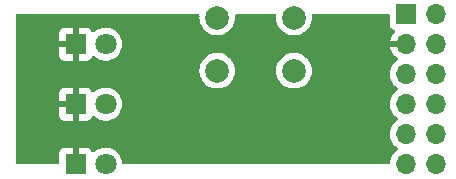
<source format=gbr>
%TF.GenerationSoftware,KiCad,Pcbnew,7.0.10*%
%TF.CreationDate,2024-01-31T19:13:49+09:00*%
%TF.ProjectId,test-smd,74657374-2d73-46d6-942e-6b696361645f,rev?*%
%TF.SameCoordinates,Original*%
%TF.FileFunction,Copper,L2,Bot*%
%TF.FilePolarity,Positive*%
%FSLAX46Y46*%
G04 Gerber Fmt 4.6, Leading zero omitted, Abs format (unit mm)*
G04 Created by KiCad (PCBNEW 7.0.10) date 2024-01-31 19:13:49*
%MOMM*%
%LPD*%
G01*
G04 APERTURE LIST*
%TA.AperFunction,ComponentPad*%
%ADD10C,2.000000*%
%TD*%
%TA.AperFunction,ComponentPad*%
%ADD11R,1.700000X1.700000*%
%TD*%
%TA.AperFunction,ComponentPad*%
%ADD12O,1.700000X1.700000*%
%TD*%
%TA.AperFunction,ComponentPad*%
%ADD13R,1.800000X1.800000*%
%TD*%
%TA.AperFunction,ComponentPad*%
%ADD14C,1.800000*%
%TD*%
%TA.AperFunction,ViaPad*%
%ADD15C,0.800000*%
%TD*%
G04 APERTURE END LIST*
D10*
%TO.P,SW1,1,1*%
%TO.N,Net-(J1-Pin_1)*%
X118670000Y-58710000D03*
X125170000Y-58710000D03*
%TO.P,SW1,2,2*%
%TO.N,Net-(J1-Pin_5)*%
X118670000Y-63210000D03*
X125170000Y-63210000D03*
%TD*%
D11*
%TO.P,J1,1,Pin_1*%
%TO.N,Net-(J1-Pin_1)*%
X134620000Y-58420000D03*
D12*
%TO.P,J1,2,Pin_2*%
%TO.N,unconnected-(J1-Pin_2-Pad2)*%
X137160000Y-58420000D03*
%TO.P,J1,3,Pin_3*%
%TO.N,GND*%
X134620000Y-60960000D03*
%TO.P,J1,4,Pin_4*%
%TO.N,unconnected-(J1-Pin_4-Pad4)*%
X137160000Y-60960000D03*
%TO.P,J1,5,Pin_5*%
%TO.N,Net-(J1-Pin_5)*%
X134620000Y-63500000D03*
%TO.P,J1,6,Pin_6*%
%TO.N,unconnected-(J1-Pin_6-Pad6)*%
X137160000Y-63500000D03*
%TO.P,J1,7,Pin_7*%
%TO.N,Net-(J1-Pin_7)*%
X134620000Y-66040000D03*
%TO.P,J1,8,Pin_8*%
%TO.N,unconnected-(J1-Pin_8-Pad8)*%
X137160000Y-66040000D03*
%TO.P,J1,9,Pin_9*%
%TO.N,Net-(J1-Pin_9)*%
X134620000Y-68580000D03*
%TO.P,J1,10,Pin_10*%
%TO.N,unconnected-(J1-Pin_10-Pad10)*%
X137160000Y-68580000D03*
%TO.P,J1,11,Pin_11*%
%TO.N,Net-(J1-Pin_11)*%
X134620000Y-71120000D03*
%TO.P,J1,12,Pin_12*%
%TO.N,unconnected-(J1-Pin_12-Pad12)*%
X137160000Y-71120000D03*
%TD*%
D13*
%TO.P,D2,1,K*%
%TO.N,GND*%
X106680000Y-66040000D03*
D14*
%TO.P,D2,2,A*%
%TO.N,Net-(D2-A)*%
X109220000Y-66040000D03*
%TD*%
D13*
%TO.P,D3,1,K*%
%TO.N,GND*%
X106680000Y-71120000D03*
D14*
%TO.P,D3,2,A*%
%TO.N,Net-(D3-A)*%
X109220000Y-71120000D03*
%TD*%
D13*
%TO.P,D1,1,K*%
%TO.N,GND*%
X106680000Y-60960000D03*
D14*
%TO.P,D1,2,A*%
%TO.N,Net-(D1-A)*%
X109220000Y-60960000D03*
%TD*%
D15*
%TO.N,GND*%
X132080000Y-60960000D03*
X104140000Y-66040000D03*
X104140000Y-60960000D03*
%TD*%
%TA.AperFunction,Conductor*%
%TO.N,GND*%
G36*
X117120726Y-58439685D02*
G01*
X117166481Y-58492489D01*
X117177263Y-58554240D01*
X117164357Y-58709994D01*
X117164357Y-58710005D01*
X117184890Y-58957812D01*
X117184892Y-58957824D01*
X117245936Y-59198881D01*
X117345826Y-59426606D01*
X117481833Y-59634782D01*
X117481836Y-59634785D01*
X117650256Y-59817738D01*
X117846491Y-59970474D01*
X117846493Y-59970475D01*
X118064757Y-60088594D01*
X118065190Y-60088828D01*
X118300386Y-60169571D01*
X118545665Y-60210500D01*
X118794335Y-60210500D01*
X119039614Y-60169571D01*
X119274810Y-60088828D01*
X119493509Y-59970474D01*
X119689744Y-59817738D01*
X119858164Y-59634785D01*
X119994173Y-59426607D01*
X120094063Y-59198881D01*
X120155108Y-58957821D01*
X120175643Y-58710000D01*
X120175643Y-58709994D01*
X120162737Y-58554240D01*
X120176818Y-58485804D01*
X120225663Y-58435845D01*
X120286313Y-58420000D01*
X123553687Y-58420000D01*
X123620726Y-58439685D01*
X123666481Y-58492489D01*
X123677263Y-58554240D01*
X123664357Y-58709994D01*
X123664357Y-58710005D01*
X123684890Y-58957812D01*
X123684892Y-58957824D01*
X123745936Y-59198881D01*
X123845826Y-59426606D01*
X123981833Y-59634782D01*
X123981836Y-59634785D01*
X124150256Y-59817738D01*
X124346491Y-59970474D01*
X124346493Y-59970475D01*
X124564757Y-60088594D01*
X124565190Y-60088828D01*
X124800386Y-60169571D01*
X125045665Y-60210500D01*
X125294335Y-60210500D01*
X125539614Y-60169571D01*
X125774810Y-60088828D01*
X125993509Y-59970474D01*
X126189744Y-59817738D01*
X126358164Y-59634785D01*
X126494173Y-59426607D01*
X126594063Y-59198881D01*
X126655108Y-58957821D01*
X126675643Y-58710000D01*
X126675643Y-58709994D01*
X126662737Y-58554240D01*
X126676818Y-58485804D01*
X126725663Y-58435845D01*
X126786313Y-58420000D01*
X133145501Y-58420000D01*
X133212540Y-58439685D01*
X133258295Y-58492489D01*
X133269501Y-58544000D01*
X133269501Y-59317876D01*
X133275908Y-59377483D01*
X133326202Y-59512328D01*
X133326206Y-59512335D01*
X133412452Y-59627544D01*
X133412455Y-59627547D01*
X133527664Y-59713793D01*
X133527671Y-59713797D01*
X133527674Y-59713798D01*
X133659598Y-59763002D01*
X133715531Y-59804873D01*
X133739949Y-59870337D01*
X133725098Y-59938610D01*
X133703947Y-59966865D01*
X133581886Y-60088926D01*
X133446400Y-60282420D01*
X133446399Y-60282422D01*
X133346570Y-60496507D01*
X133346567Y-60496513D01*
X133289364Y-60709999D01*
X133289364Y-60710000D01*
X134186314Y-60710000D01*
X134160507Y-60750156D01*
X134120000Y-60888111D01*
X134120000Y-61031889D01*
X134160507Y-61169844D01*
X134186314Y-61210000D01*
X133289364Y-61210000D01*
X133346567Y-61423486D01*
X133346570Y-61423492D01*
X133446399Y-61637578D01*
X133581894Y-61831082D01*
X133748917Y-61998105D01*
X133934595Y-62128119D01*
X133978219Y-62182696D01*
X133985412Y-62252195D01*
X133953890Y-62314549D01*
X133934595Y-62331269D01*
X133748594Y-62461508D01*
X133581505Y-62628597D01*
X133445965Y-62822169D01*
X133445964Y-62822171D01*
X133346098Y-63036335D01*
X133346094Y-63036344D01*
X133284938Y-63264586D01*
X133284936Y-63264596D01*
X133264341Y-63499999D01*
X133264341Y-63500000D01*
X133284936Y-63735403D01*
X133284938Y-63735413D01*
X133346094Y-63963655D01*
X133346096Y-63963659D01*
X133346097Y-63963663D01*
X133350000Y-63972032D01*
X133445965Y-64177830D01*
X133445967Y-64177834D01*
X133543930Y-64317738D01*
X133581501Y-64371396D01*
X133581506Y-64371402D01*
X133748597Y-64538493D01*
X133748603Y-64538498D01*
X133934158Y-64668425D01*
X133977783Y-64723002D01*
X133984977Y-64792500D01*
X133953454Y-64854855D01*
X133934158Y-64871575D01*
X133748597Y-65001505D01*
X133581505Y-65168597D01*
X133445965Y-65362169D01*
X133445964Y-65362171D01*
X133346098Y-65576335D01*
X133346094Y-65576344D01*
X133284938Y-65804586D01*
X133284936Y-65804596D01*
X133264341Y-66039999D01*
X133264341Y-66040000D01*
X133284936Y-66275403D01*
X133284938Y-66275413D01*
X133346094Y-66503655D01*
X133346096Y-66503659D01*
X133346097Y-66503663D01*
X133350000Y-66512032D01*
X133445965Y-66717830D01*
X133445967Y-66717834D01*
X133554281Y-66872521D01*
X133581501Y-66911396D01*
X133581506Y-66911402D01*
X133748597Y-67078493D01*
X133748603Y-67078498D01*
X133934158Y-67208425D01*
X133977783Y-67263002D01*
X133984977Y-67332500D01*
X133953454Y-67394855D01*
X133934158Y-67411575D01*
X133748597Y-67541505D01*
X133581505Y-67708597D01*
X133445965Y-67902169D01*
X133445964Y-67902171D01*
X133346098Y-68116335D01*
X133346094Y-68116344D01*
X133284938Y-68344586D01*
X133284936Y-68344596D01*
X133264341Y-68579999D01*
X133264341Y-68580000D01*
X133284936Y-68815403D01*
X133284938Y-68815413D01*
X133346094Y-69043655D01*
X133346096Y-69043659D01*
X133346097Y-69043663D01*
X133350000Y-69052032D01*
X133445965Y-69257830D01*
X133445967Y-69257834D01*
X133554281Y-69412521D01*
X133581501Y-69451396D01*
X133581506Y-69451402D01*
X133748597Y-69618493D01*
X133748603Y-69618498D01*
X133934158Y-69748425D01*
X133977783Y-69803002D01*
X133984977Y-69872500D01*
X133953454Y-69934855D01*
X133934158Y-69951575D01*
X133748597Y-70081505D01*
X133581505Y-70248597D01*
X133445965Y-70442169D01*
X133445964Y-70442171D01*
X133346098Y-70656335D01*
X133346094Y-70656344D01*
X133284938Y-70884586D01*
X133284936Y-70884596D01*
X133274244Y-71006808D01*
X133248791Y-71071877D01*
X133192200Y-71112855D01*
X133150716Y-71120000D01*
X110739450Y-71120000D01*
X110672411Y-71100315D01*
X110626656Y-71047511D01*
X110615874Y-71006243D01*
X110606134Y-70888695D01*
X110592856Y-70836260D01*
X110549157Y-70663699D01*
X110455924Y-70451151D01*
X110328983Y-70256852D01*
X110328980Y-70256849D01*
X110328979Y-70256847D01*
X110171784Y-70086087D01*
X110171779Y-70086083D01*
X110171777Y-70086081D01*
X109988634Y-69943535D01*
X109988628Y-69943531D01*
X109784504Y-69833064D01*
X109784495Y-69833061D01*
X109564984Y-69757702D01*
X109377404Y-69726401D01*
X109336049Y-69719500D01*
X109103951Y-69719500D01*
X109062596Y-69726401D01*
X108875015Y-69757702D01*
X108655504Y-69833061D01*
X108655495Y-69833064D01*
X108451371Y-69943531D01*
X108451365Y-69943535D01*
X108268222Y-70086081D01*
X108268215Y-70086087D01*
X108259484Y-70095572D01*
X108199595Y-70131561D01*
X108129757Y-70129458D01*
X108072143Y-70089932D01*
X108052075Y-70054918D01*
X108023355Y-69977915D01*
X108023350Y-69977906D01*
X107937190Y-69862812D01*
X107937187Y-69862809D01*
X107822093Y-69776649D01*
X107822086Y-69776645D01*
X107687379Y-69726403D01*
X107687372Y-69726401D01*
X107627844Y-69720000D01*
X106930000Y-69720000D01*
X106930000Y-70745810D01*
X106877453Y-70709984D01*
X106747827Y-70670000D01*
X106646276Y-70670000D01*
X106545862Y-70685135D01*
X106430000Y-70740931D01*
X106430000Y-69720000D01*
X105732155Y-69720000D01*
X105672627Y-69726401D01*
X105672620Y-69726403D01*
X105537913Y-69776645D01*
X105537906Y-69776649D01*
X105422812Y-69862809D01*
X105422809Y-69862812D01*
X105336649Y-69977906D01*
X105336645Y-69977913D01*
X105286403Y-70112620D01*
X105286401Y-70112627D01*
X105280000Y-70172155D01*
X105280000Y-70996000D01*
X105260315Y-71063039D01*
X105207511Y-71108794D01*
X105156000Y-71120000D01*
X101724000Y-71120000D01*
X101656961Y-71100315D01*
X101611206Y-71047511D01*
X101600000Y-70996000D01*
X101600000Y-66987844D01*
X105280000Y-66987844D01*
X105286401Y-67047372D01*
X105286403Y-67047379D01*
X105336645Y-67182086D01*
X105336649Y-67182093D01*
X105422809Y-67297187D01*
X105422812Y-67297190D01*
X105537906Y-67383350D01*
X105537913Y-67383354D01*
X105672620Y-67433596D01*
X105672627Y-67433598D01*
X105732155Y-67439999D01*
X105732172Y-67440000D01*
X106430000Y-67440000D01*
X106430000Y-66414189D01*
X106482547Y-66450016D01*
X106612173Y-66490000D01*
X106713724Y-66490000D01*
X106814138Y-66474865D01*
X106930000Y-66419068D01*
X106930000Y-67440000D01*
X107627828Y-67440000D01*
X107627844Y-67439999D01*
X107687372Y-67433598D01*
X107687379Y-67433596D01*
X107822086Y-67383354D01*
X107822093Y-67383350D01*
X107937187Y-67297190D01*
X107937190Y-67297187D01*
X108023350Y-67182093D01*
X108023355Y-67182084D01*
X108052075Y-67105081D01*
X108093945Y-67049147D01*
X108159409Y-67024729D01*
X108227682Y-67039580D01*
X108259484Y-67064428D01*
X108268216Y-67073913D01*
X108268219Y-67073915D01*
X108268222Y-67073918D01*
X108451365Y-67216464D01*
X108451371Y-67216468D01*
X108451374Y-67216470D01*
X108655497Y-67326936D01*
X108743065Y-67356998D01*
X108875015Y-67402297D01*
X108875017Y-67402297D01*
X108875019Y-67402298D01*
X109103951Y-67440500D01*
X109103952Y-67440500D01*
X109336048Y-67440500D01*
X109336049Y-67440500D01*
X109564981Y-67402298D01*
X109784503Y-67326936D01*
X109988626Y-67216470D01*
X109998963Y-67208425D01*
X110165893Y-67078498D01*
X110171784Y-67073913D01*
X110328979Y-66903153D01*
X110455924Y-66708849D01*
X110549157Y-66496300D01*
X110606134Y-66271305D01*
X110611524Y-66206260D01*
X110625300Y-66040006D01*
X110625300Y-66039993D01*
X110606135Y-65808702D01*
X110606133Y-65808691D01*
X110549157Y-65583699D01*
X110455924Y-65371151D01*
X110328983Y-65176852D01*
X110328980Y-65176849D01*
X110328979Y-65176847D01*
X110171784Y-65006087D01*
X110171779Y-65006083D01*
X110171777Y-65006081D01*
X109988634Y-64863535D01*
X109988628Y-64863531D01*
X109784504Y-64753064D01*
X109784495Y-64753061D01*
X109564984Y-64677702D01*
X109377404Y-64646401D01*
X109336049Y-64639500D01*
X109103951Y-64639500D01*
X109062596Y-64646401D01*
X108875015Y-64677702D01*
X108655504Y-64753061D01*
X108655495Y-64753064D01*
X108451371Y-64863531D01*
X108451365Y-64863535D01*
X108268222Y-65006081D01*
X108268215Y-65006087D01*
X108259484Y-65015572D01*
X108199595Y-65051561D01*
X108129757Y-65049458D01*
X108072143Y-65009932D01*
X108052075Y-64974918D01*
X108023355Y-64897915D01*
X108023350Y-64897906D01*
X107937190Y-64782812D01*
X107937187Y-64782809D01*
X107822093Y-64696649D01*
X107822086Y-64696645D01*
X107687379Y-64646403D01*
X107687372Y-64646401D01*
X107627844Y-64640000D01*
X106930000Y-64640000D01*
X106930000Y-65665810D01*
X106877453Y-65629984D01*
X106747827Y-65590000D01*
X106646276Y-65590000D01*
X106545862Y-65605135D01*
X106430000Y-65660931D01*
X106430000Y-64640000D01*
X105732155Y-64640000D01*
X105672627Y-64646401D01*
X105672620Y-64646403D01*
X105537913Y-64696645D01*
X105537906Y-64696649D01*
X105422812Y-64782809D01*
X105422809Y-64782812D01*
X105336649Y-64897906D01*
X105336645Y-64897913D01*
X105286403Y-65032620D01*
X105286401Y-65032627D01*
X105280000Y-65092155D01*
X105280000Y-65790000D01*
X106304722Y-65790000D01*
X106256375Y-65873740D01*
X106226190Y-66005992D01*
X106236327Y-66141265D01*
X106285887Y-66267541D01*
X106303797Y-66290000D01*
X105280000Y-66290000D01*
X105280000Y-66987844D01*
X101600000Y-66987844D01*
X101600000Y-63210005D01*
X117164357Y-63210005D01*
X117184890Y-63457812D01*
X117184892Y-63457824D01*
X117245936Y-63698881D01*
X117345826Y-63926606D01*
X117481833Y-64134782D01*
X117511074Y-64166546D01*
X117650256Y-64317738D01*
X117846491Y-64470474D01*
X118065190Y-64588828D01*
X118300386Y-64669571D01*
X118545665Y-64710500D01*
X118794335Y-64710500D01*
X119039614Y-64669571D01*
X119274810Y-64588828D01*
X119493509Y-64470474D01*
X119689744Y-64317738D01*
X119858164Y-64134785D01*
X119994173Y-63926607D01*
X120094063Y-63698881D01*
X120155108Y-63457821D01*
X120171119Y-63264596D01*
X120175643Y-63210005D01*
X123664357Y-63210005D01*
X123684890Y-63457812D01*
X123684892Y-63457824D01*
X123745936Y-63698881D01*
X123845826Y-63926606D01*
X123981833Y-64134782D01*
X124011074Y-64166546D01*
X124150256Y-64317738D01*
X124346491Y-64470474D01*
X124565190Y-64588828D01*
X124800386Y-64669571D01*
X125045665Y-64710500D01*
X125294335Y-64710500D01*
X125539614Y-64669571D01*
X125774810Y-64588828D01*
X125993509Y-64470474D01*
X126189744Y-64317738D01*
X126358164Y-64134785D01*
X126494173Y-63926607D01*
X126594063Y-63698881D01*
X126655108Y-63457821D01*
X126671119Y-63264596D01*
X126675643Y-63210005D01*
X126675643Y-63209994D01*
X126655109Y-62962187D01*
X126655107Y-62962175D01*
X126594063Y-62721118D01*
X126494173Y-62493393D01*
X126358166Y-62285217D01*
X126327767Y-62252195D01*
X126189744Y-62102262D01*
X125993509Y-61949526D01*
X125993507Y-61949525D01*
X125993506Y-61949524D01*
X125774811Y-61831172D01*
X125774802Y-61831169D01*
X125539616Y-61750429D01*
X125294335Y-61709500D01*
X125045665Y-61709500D01*
X124800383Y-61750429D01*
X124565197Y-61831169D01*
X124565188Y-61831172D01*
X124346493Y-61949524D01*
X124150257Y-62102261D01*
X123981833Y-62285217D01*
X123845826Y-62493393D01*
X123745936Y-62721118D01*
X123684892Y-62962175D01*
X123684890Y-62962187D01*
X123664357Y-63209994D01*
X123664357Y-63210005D01*
X120175643Y-63210005D01*
X120175643Y-63209994D01*
X120155109Y-62962187D01*
X120155107Y-62962175D01*
X120094063Y-62721118D01*
X119994173Y-62493393D01*
X119858166Y-62285217D01*
X119827767Y-62252195D01*
X119689744Y-62102262D01*
X119493509Y-61949526D01*
X119493507Y-61949525D01*
X119493506Y-61949524D01*
X119274811Y-61831172D01*
X119274802Y-61831169D01*
X119039616Y-61750429D01*
X118794335Y-61709500D01*
X118545665Y-61709500D01*
X118300383Y-61750429D01*
X118065197Y-61831169D01*
X118065188Y-61831172D01*
X117846493Y-61949524D01*
X117650257Y-62102261D01*
X117481833Y-62285217D01*
X117345826Y-62493393D01*
X117245936Y-62721118D01*
X117184892Y-62962175D01*
X117184890Y-62962187D01*
X117164357Y-63209994D01*
X117164357Y-63210005D01*
X101600000Y-63210005D01*
X101600000Y-61907844D01*
X105280000Y-61907844D01*
X105286401Y-61967372D01*
X105286403Y-61967379D01*
X105336645Y-62102086D01*
X105336649Y-62102093D01*
X105422809Y-62217187D01*
X105422812Y-62217190D01*
X105537906Y-62303350D01*
X105537913Y-62303354D01*
X105672620Y-62353596D01*
X105672627Y-62353598D01*
X105732155Y-62359999D01*
X105732172Y-62360000D01*
X106430000Y-62360000D01*
X106430000Y-61334189D01*
X106482547Y-61370016D01*
X106612173Y-61410000D01*
X106713724Y-61410000D01*
X106814138Y-61394865D01*
X106930000Y-61339068D01*
X106930000Y-62360000D01*
X107627828Y-62360000D01*
X107627844Y-62359999D01*
X107687372Y-62353598D01*
X107687379Y-62353596D01*
X107822086Y-62303354D01*
X107822093Y-62303350D01*
X107937187Y-62217190D01*
X107937190Y-62217187D01*
X108023350Y-62102093D01*
X108023355Y-62102084D01*
X108052075Y-62025081D01*
X108093945Y-61969147D01*
X108159409Y-61944729D01*
X108227682Y-61959580D01*
X108259484Y-61984428D01*
X108268216Y-61993913D01*
X108268219Y-61993915D01*
X108268222Y-61993918D01*
X108451365Y-62136464D01*
X108451371Y-62136468D01*
X108451374Y-62136470D01*
X108655497Y-62246936D01*
X108767000Y-62285215D01*
X108875015Y-62322297D01*
X108875017Y-62322297D01*
X108875019Y-62322298D01*
X109103951Y-62360500D01*
X109103952Y-62360500D01*
X109336048Y-62360500D01*
X109336049Y-62360500D01*
X109564981Y-62322298D01*
X109784503Y-62246936D01*
X109988626Y-62136470D01*
X109998963Y-62128425D01*
X110165893Y-61998498D01*
X110171784Y-61993913D01*
X110328979Y-61823153D01*
X110455924Y-61628849D01*
X110549157Y-61416300D01*
X110606134Y-61191305D01*
X110606446Y-61187541D01*
X110625300Y-60960006D01*
X110625300Y-60959993D01*
X110606135Y-60728702D01*
X110606133Y-60728691D01*
X110549157Y-60503699D01*
X110455924Y-60291151D01*
X110328983Y-60096852D01*
X110328980Y-60096849D01*
X110328979Y-60096847D01*
X110171784Y-59926087D01*
X110171779Y-59926083D01*
X110171777Y-59926081D01*
X109988634Y-59783535D01*
X109988628Y-59783531D01*
X109784504Y-59673064D01*
X109784495Y-59673061D01*
X109564984Y-59597702D01*
X109377404Y-59566401D01*
X109336049Y-59559500D01*
X109103951Y-59559500D01*
X109062596Y-59566401D01*
X108875015Y-59597702D01*
X108655504Y-59673061D01*
X108655495Y-59673064D01*
X108451371Y-59783531D01*
X108451365Y-59783535D01*
X108268222Y-59926081D01*
X108268215Y-59926087D01*
X108259484Y-59935572D01*
X108199595Y-59971561D01*
X108129757Y-59969458D01*
X108072143Y-59929932D01*
X108052075Y-59894918D01*
X108023355Y-59817915D01*
X108023350Y-59817906D01*
X107937190Y-59702812D01*
X107937187Y-59702809D01*
X107822093Y-59616649D01*
X107822086Y-59616645D01*
X107687379Y-59566403D01*
X107687372Y-59566401D01*
X107627844Y-59560000D01*
X106930000Y-59560000D01*
X106930000Y-60585810D01*
X106877453Y-60549984D01*
X106747827Y-60510000D01*
X106646276Y-60510000D01*
X106545862Y-60525135D01*
X106430000Y-60580931D01*
X106430000Y-59560000D01*
X105732155Y-59560000D01*
X105672627Y-59566401D01*
X105672620Y-59566403D01*
X105537913Y-59616645D01*
X105537906Y-59616649D01*
X105422812Y-59702809D01*
X105422809Y-59702812D01*
X105336649Y-59817906D01*
X105336645Y-59817913D01*
X105286403Y-59952620D01*
X105286401Y-59952627D01*
X105280000Y-60012155D01*
X105280000Y-60710000D01*
X106304722Y-60710000D01*
X106256375Y-60793740D01*
X106226190Y-60925992D01*
X106236327Y-61061265D01*
X106285887Y-61187541D01*
X106303797Y-61210000D01*
X105280000Y-61210000D01*
X105280000Y-61907844D01*
X101600000Y-61907844D01*
X101600000Y-58544000D01*
X101619685Y-58476961D01*
X101672489Y-58431206D01*
X101724000Y-58420000D01*
X117053687Y-58420000D01*
X117120726Y-58439685D01*
G37*
%TD.AperFunction*%
%TD*%
M02*

</source>
